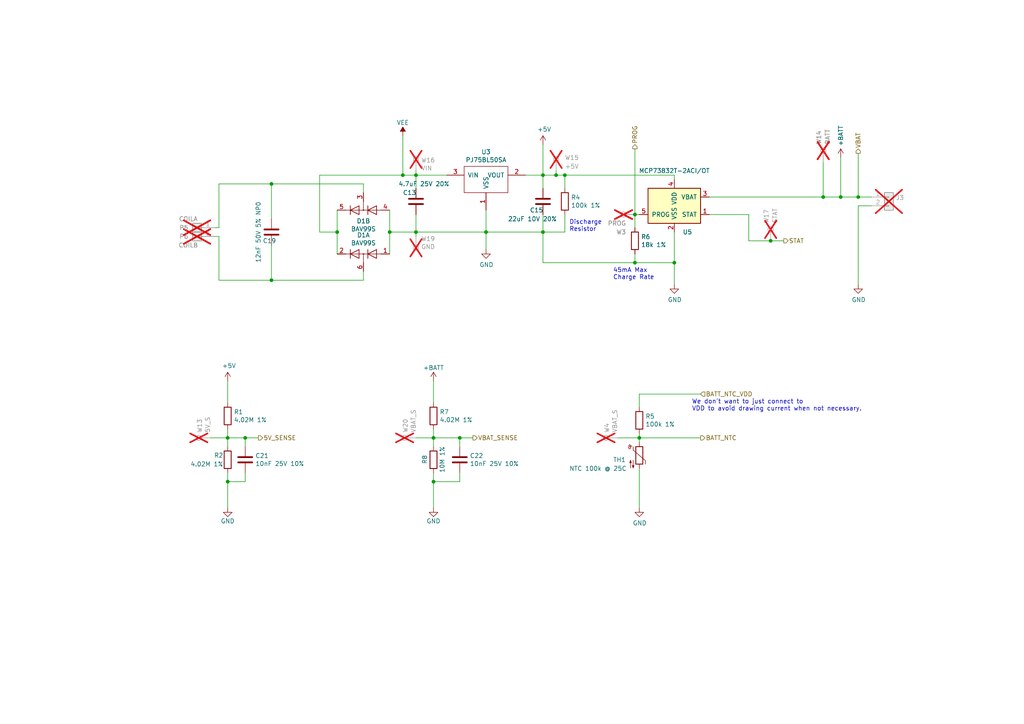
<source format=kicad_sch>
(kicad_sch (version 20231120) (generator "eeschema") (generator_version "8.0")
  (paper "A4")
  (title_block (title "Pixels D6 Schematic, Main") (date "2022-08-26") (rev "3") (company "Systemic Games, LLC") (comment 1 "Wireless Charging"))
  (lib_symbols
    (symbol "Connector_Generic:Conn_01x01" (pin_names (offset 1.016) hide)
      (property "Reference" "J" (at 0 2.54 0))
      (property "Value" "Conn_01x01" (at 0 -2.54 0))
      (symbol "Conn_01x01_1_1"
        (rectangle (start -1.27 0.127) (end 0 -0.127) (stroke (width 0.1524)))
        (rectangle (start -1.27 1.27) (end 1.27 -1.27) (stroke (width 0.254)) (fill (type background)))
        (pin passive line (at -5.08 0 0) (length 3.81) (name "Pin_1") (number "1"))
      )
    )
    (symbol "Connector_Generic:Conn_01x02" (pin_names (offset 1.016) hide)
      (property "Reference" "J" (at 0 2.54 0))
      (property "Value" "Conn_01x02" (at 0 -5.08 0))
      (symbol "Conn_01x02_1_1"
        (rectangle (start -1.27 -2.413) (end 0 -2.667) (stroke (width 0.1524)))
        (rectangle (start -1.27 0.127) (end 0 -0.127) (stroke (width 0.1524)))
        (rectangle (start -1.27 1.27) (end 1.27 -3.81) (stroke (width 0.254)) (fill (type background)))
        (pin passive line (at -5.08 0 0) (length 3.81) (name "Pin_1") (number "1"))
        (pin passive line (at -5.08 -2.54 0) (length 3.81) (name "Pin_2") (number "2"))
      )
    )
    (symbol "Device:C" (pin_numbers hide) (pin_names (offset 0.254))
      (property "Reference" "C" (at 0.635 2.54 0))
      (property "Value" "C" (at 0.635 -2.54 0))
      (symbol "C_0_1"
        (polyline (pts (xy -2.032 -0.762) (xy 2.032 -0.762)) (stroke (width 0.508)))
        (polyline (pts (xy -2.032 0.762) (xy 2.032 0.762)) (stroke (width 0.508)))
      )
      (symbol "C_1_1"
        (pin passive line (at 0 3.81 270) (length 2.794) (name "~") (number "1"))
        (pin passive line (at 0 -3.81 90) (length 2.794) (name "~") (number "2"))
      )
    )
    (symbol "Device:R" (pin_numbers hide) (pin_names (offset 0))
      (property "Reference" "R" (at 2.032 0 90))
      (property "Value" "R" (at 0 0 90))
      (symbol "R_0_1"
        (rectangle (start -1.016 -2.54) (end 1.016 2.54) (stroke (width 0.254)))
      )
      (symbol "R_1_1"
        (pin passive line (at 0 3.81 270) (length 1.27) (name "~") (number "1"))
        (pin passive line (at 0 -3.81 90) (length 1.27) (name "~") (number "2"))
      )
    )
    (symbol "Device:Thermistor_NTC" (pin_numbers hide) (pin_names (offset 0))
      (property "Reference" "TH" (at -4.445 0 90))
      (property "Value" "Thermistor_NTC" (at 3.175 0 90))
      (symbol "Thermistor_NTC_0_1"
        (arc (start -3.048 2.159) (mid -3.0495 2.3143) (end -3.175 2.413))
        (arc (start -3.048 2.159) (mid -2.9736 1.9794) (end -2.794 1.905))
        (arc (start -3.048 2.794) (mid -2.9736 2.6144) (end -2.794 2.54))
        (arc (start -2.794 1.905) (mid -2.6144 1.9794) (end -2.54 2.159))
        (arc (start -2.794 2.54) (mid -2.4393 2.5587) (end -2.159 2.794))
        (arc (start -2.794 3.048) (mid -2.9736 2.9736) (end -3.048 2.794))
        (arc (start -2.54 2.794) (mid -2.6144 2.9736) (end -2.794 3.048))
        (rectangle (start -1.016 2.54) (end 1.016 -2.54) (stroke (width 0.254)))
        (polyline (pts (xy -2.54 2.159) (xy -2.54 2.794)))
        (polyline (pts (xy -1.778 2.54) (xy -1.778 1.524) (xy 1.778 -1.524) (xy 1.778 -2.54)))
        (polyline (pts (xy -2.54 -3.683) (xy -2.54 -1.397) (xy -2.794 -2.159) (xy -2.286 -2.159) (xy -2.54 -1.397) (xy -2.54 -1.651)) (fill (type outline)))
        (polyline (pts (xy -1.778 -1.397) (xy -1.778 -3.683) (xy -2.032 -2.921) (xy -1.524 -2.921) (xy -1.778 -3.683) (xy -1.778 -3.429)) (fill (type outline)))
      )
      (symbol "Thermistor_NTC_1_1"
        (pin passive line (at 0 3.81 270) (length 1.27) (name "~") (number "1"))
        (pin passive line (at 0 -3.81 90) (length 1.27) (name "~") (number "2"))
      )
    )
    (symbol "Pixels-dice:BAV99S-diode" (pin_names (offset 0.0254) hide)
      (property "Reference" "D" (at 0 2.54 0))
      (property "Value" "BAV99S-diode" (at 0 5.08 0))
      (symbol "BAV99S-diode_0_1"
        (polyline (pts (xy -5.08 0) (xy 5.08 0)))
        (polyline (pts (xy 0 0) (xy 0 -2.54)))
        (polyline (pts (xy -1.27 -1.27) (xy -1.27 1.27) (xy -1.27 1.27)) (stroke (width 0.2032)))
        (polyline (pts (xy 3.81 1.27) (xy 3.81 -1.27) (xy 3.81 -1.27)) (stroke (width 0.2032)))
        (polyline (pts (xy -3.81 1.27) (xy -1.27 0) (xy -3.81 -1.27) (xy -3.81 1.27) (xy -3.81 1.27) (xy -3.81 1.27)) (stroke (width 0.2032)))
        (polyline (pts (xy 1.27 1.27) (xy 3.81 0) (xy 1.27 -1.27) (xy 1.27 1.27) (xy 1.27 1.27) (xy 1.27 1.27)) (stroke (width 0.2032)))
        (circle (center 0 0) (radius 0.127))
      )
      (symbol "BAV99S-diode_1_1"
        (polyline (pts (xy 6.35 0) (xy 7.62 0)))
        (pin passive line (at -7.62 0 0) (length 2.54) (name "A1") (number "1"))
        (pin passive line (at 7.62 0 180) (length 2.54) (name "K2") (number "2"))
        (pin passive line (at 0 -5.08 90) (length 2.54) (name "K3A4") (number "6"))
      )
      (symbol "BAV99S-diode_2_1"
        (polyline (pts (xy 6.35 0) (xy 7.62 0)))
        (pin passive line (at 0 -5.08 90) (length 2.54) (name "K1A2") (number "3"))
        (pin passive line (at -7.62 0 0) (length 2.54) (name "A3") (number "4"))
        (pin passive line (at 7.62 0 180) (length 2.54) (name "K4") (number "5"))
      )
    )
    (symbol "Pixels-dice:HX6306P502MR" (pin_names (offset 1.016))
      (property "Reference" "U" (at 3.81 -6.35 0))
      (property "Value" "HX6306P502MR" (at 0 3.81 0))
      (symbol "HX6306P502MR_0_1"
        (rectangle (start -6.35 2.54) (end 6.35 -5.08))
      )
      (symbol "HX6306P502MR_1_1"
        (pin power_in line (at 0 -10.16 90) (length 5.08) (name "VSS") (number "1"))
        (pin power_out line (at 11.43 0 180) (length 5.08) (name "VOUT") (number "2"))
        (pin power_in line (at -11.43 0 0) (length 5.08) (name "VIN") (number "3"))
      )
    )
    (symbol "Pixels-dice:MCP73831-2-OT-battery_management" (pin_names (offset 1.016))
      (property "Reference" "U" (at -7.62 6.35 0))
      (property "Value" "MCP73831-2-OT-battery_management" (at 1.27 6.35 0))
      (symbol "MCP73831-2-OT-battery_management_0_1"
        (rectangle (start -7.62 5.08) (end 7.62 -5.08) (stroke (width 0.254)) (fill (type background)))
      )
      (symbol "MCP73831-2-OT-battery_management_1_1"
        (pin output line (at 10.16 -2.54 180) (length 2.54) (name "STAT") (number "1"))
        (pin power_in line (at 0 -7.62 90) (length 2.54) (name "VSS") (number "2"))
        (pin power_out line (at 10.16 2.54 180) (length 2.54) (name "VBAT") (number "3"))
        (pin power_in line (at 0 7.62 270) (length 2.54) (name "VDD") (number "4"))
        (pin input line (at -10.16 -2.54 0) (length 2.54) (name "PROG") (number "5"))
      )
    )
    (symbol "Pixels-dice:TEST_1P-conn" (pin_numbers hide) (pin_names (offset 0.762) hide) (in_bom no)
      (property "Reference" "W" (at 0 6.858 0))
      (property "Value" "TEST_1P-conn" (at 0 5.08 0))
      (symbol "TEST_1P-conn_0_1"
        (circle (center 0 3.302) (radius 0.762))
      )
      (symbol "TEST_1P-conn_1_1"
        (pin passive line (at 0 0 90) (length 2.54) (name "1") (number "1"))
      )
    )
    (symbol "TEST_1P-conn_1" (pin_numbers hide) (pin_names (offset 0.762) hide) (in_bom no)
      (property "Reference" "W" (at 0 6.858 0))
      (property "Value" "TEST_1P-conn_1" (at 0 5.08 0))
      (symbol "TEST_1P-conn_1_0_1"
        (circle (center 0 3.302) (radius 0.762))
      )
      (symbol "TEST_1P-conn_1_1_1"
        (pin passive line (at 0 0 90) (length 2.54) (name "1") (number "1"))
      )
    )
    (symbol "TEST_1P-conn_2" (pin_numbers hide) (pin_names (offset 0.762) hide) (in_bom no)
      (property "Reference" "W" (at 0 6.858 0))
      (property "Value" "TEST_1P-conn_2" (at 0 5.08 0))
      (symbol "TEST_1P-conn_2_0_1"
        (circle (center 0 3.302) (radius 0.762))
      )
      (symbol "TEST_1P-conn_2_1_1"
        (pin passive line (at 0 0 90) (length 2.54) (name "1") (number "1"))
      )
    )
    (symbol "TEST_1P-conn_3" (pin_numbers hide) (pin_names (offset 0.762) hide) (in_bom no)
      (property "Reference" "W" (at 0 6.858 0))
      (property "Value" "TEST_1P-conn_3" (at 0 5.08 0))
      (symbol "TEST_1P-conn_3_0_1"
        (circle (center 0 3.302) (radius 0.762))
      )
      (symbol "TEST_1P-conn_3_1_1"
        (pin passive line (at 0 0 90) (length 2.54) (name "1") (number "1"))
      )
    )
    (symbol "TEST_1P-conn_4" (pin_numbers hide) (pin_names (offset 0.762) hide) (in_bom no)
      (property "Reference" "W" (at 0 6.858 0))
      (property "Value" "TEST_1P-conn_4" (at 0 5.08 0))
      (symbol "TEST_1P-conn_4_0_1"
        (circle (center 0 3.302) (radius 0.762))
      )
      (symbol "TEST_1P-conn_4_1_1"
        (pin passive line (at 0 0 90) (length 2.54) (name "1") (number "1"))
      )
    )
    (symbol "TEST_1P-conn_5" (pin_numbers hide) (pin_names (offset 0.762) hide) (in_bom no)
      (property "Reference" "W" (at 0 6.858 0))
      (property "Value" "TEST_1P-conn_5" (at 0 5.08 0))
      (symbol "TEST_1P-conn_5_0_1"
        (circle (center 0 3.302) (radius 0.762))
      )
      (symbol "TEST_1P-conn_5_1_1"
        (pin passive line (at 0 0 90) (length 2.54) (name "1") (number "1"))
      )
    )
    (symbol "TEST_1P-conn_6" (pin_numbers hide) (pin_names (offset 0.762) hide) (in_bom no)
      (property "Reference" "W" (at 0 6.858 0))
      (property "Value" "TEST_1P-conn_6" (at 0 5.08 0))
      (symbol "TEST_1P-conn_6_0_1"
        (circle (center 0 3.302) (radius 0.762))
      )
      (symbol "TEST_1P-conn_6_1_1"
        (pin passive line (at 0 0 90) (length 2.54) (name "1") (number "1"))
      )
    )
    (symbol "TEST_1P-conn_7" (pin_numbers hide) (pin_names (offset 0.762) hide) (in_bom no)
      (property "Reference" "W" (at 0 6.858 0))
      (property "Value" "TEST_1P-conn_7" (at 0 5.08 0))
      (symbol "TEST_1P-conn_7_0_1"
        (circle (center 0 3.302) (radius 0.762))
      )
      (symbol "TEST_1P-conn_7_1_1"
        (pin passive line (at 0 0 90) (length 2.54) (name "1") (number "1"))
      )
    )
    (symbol "TEST_1P-conn_8" (pin_numbers hide) (pin_names (offset 0.762) hide) (in_bom no)
      (property "Reference" "W" (at 0 6.858 0))
      (property "Value" "TEST_1P-conn_8" (at 0 5.08 0))
      (symbol "TEST_1P-conn_8_0_1"
        (circle (center 0 3.302) (radius 0.762))
      )
      (symbol "TEST_1P-conn_8_1_1"
        (pin passive line (at 0 0 90) (length 2.54) (name "1") (number "1"))
      )
    )
    (symbol "power:+5V" (power) (pin_names (offset 0))
      (property "Value" "+5V" (at 0 3.556 0))
      (symbol "+5V_0_1"
        (polyline (pts (xy -0.762 1.27) (xy 0 2.54)))
        (polyline (pts (xy 0 0) (xy 0 2.54)))
        (polyline (pts (xy 0 2.54) (xy 0.762 1.27)))
      )
      (symbol "+5V_1_1"
        (pin power_in line (at 0 0 90) (length 0) hide (name "+5V") (number "1"))
      )
    )
    (symbol "power:+BATT" (power) (pin_names (offset 0))
      (property "Value" "+BATT" (at 0 3.556 0))
      (symbol "+BATT_0_1"
        (polyline (pts (xy -0.762 1.27) (xy 0 2.54)))
        (polyline (pts (xy 0 0) (xy 0 2.54)))
        (polyline (pts (xy 0 2.54) (xy 0.762 1.27)))
      )
      (symbol "+BATT_1_1"
        (pin power_in line (at 0 0 90) (length 0) hide (name "+BATT") (number "1"))
      )
    )
    (symbol "power:GND" (power) (pin_names (offset 0))
      (property "Value" "GND" (at 0 -3.81 0))
      (symbol "GND_0_1"
        (polyline (pts (xy 0 0) (xy 0 -1.27) (xy 1.27 -1.27) (xy 0 -2.54) (xy -1.27 -1.27) (xy 0 -1.27)))
      )
      (symbol "GND_1_1"
        (pin power_in line (at 0 0 270) (length 0) hide (name "GND") (number "1"))
      )
    )
    (symbol "power:VEE" (power) (pin_names (offset 0))
      (property "Value" "VEE" (at 0 3.81 0))
      (symbol "VEE_0_1"
        (polyline (pts (xy 0 0) (xy 0 2.54)))
        (polyline (pts (xy 0.762 1.27) (xy -0.762 1.27) (xy 0 2.54) (xy 0.762 1.27)) (fill (type outline)))
      )
      (symbol "VEE_1_1"
        (pin power_in line (at 0 0 90) (length 0) hide (name "VEE") (number "1"))
      )
    )
  )
  (junction (at 97.79 67.31))
  (junction (at 248.92 57.15))
  (junction (at 66.04 127))
  (junction (at 184.15 76.2))
  (junction (at 66.04 139.7))
  (junction (at 195.58 76.2))
  (junction (at 157.48 67.31))
  (junction (at 243.84 57.15))
  (junction (at 140.97 67.31))
  (junction (at 120.65 67.31))
  (junction (at 78.74 53.34))
  (junction (at 120.65 50.8))
  (junction (at 163.83 50.8))
  (junction (at 125.73 139.7))
  (junction (at 71.12 127))
  (junction (at 238.76 57.15))
  (junction (at 157.48 50.8))
  (junction (at 78.74 81.28))
  (junction (at 185.42 127))
  (junction (at 161.29 50.8))
  (junction (at 125.73 127))
  (junction (at 113.03 67.31))
  (junction (at 223.52 69.85))
  (junction (at 116.84 50.8))
  (junction (at 184.15 62.23))
  (junction (at 133.35 127))
  (wire (pts (xy 157.48 76.2) (xy 184.15 76.2)))
  (wire (pts (xy 78.74 81.28) (xy 63.5 81.28)))
  (wire (pts (xy 238.76 57.15) (xy 243.84 57.15)))
  (wire (pts (xy 133.35 139.7) (xy 125.73 139.7)))
  (wire (pts (xy 66.04 137.16) (xy 66.04 139.7)))
  (wire (pts (xy 157.48 67.31) (xy 157.48 76.2)))
  (wire (pts (xy 161.29 49.53) (xy 161.29 50.8)))
  (wire (pts (xy 205.74 57.15) (xy 238.76 57.15)))
  (wire (pts (xy 60.96 127) (xy 66.04 127)))
  (wire (pts (xy 185.42 118.11) (xy 185.42 114.3)))
  (wire (pts (xy 217.17 69.85) (xy 223.52 69.85)))
  (wire (pts (xy 66.04 116.84) (xy 66.04 110.49)))
  (wire (pts (xy 78.74 53.34) (xy 63.5 53.34)))
  (wire (pts (xy 248.92 44.45) (xy 248.92 57.15)))
  (wire (pts (xy 157.48 41.91) (xy 157.48 50.8)))
  (wire (pts (xy 248.92 57.15) (xy 243.84 57.15)))
  (wire (pts (xy 63.5 81.28) (xy 63.5 68.58)))
  (wire (pts (xy 97.79 60.96) (xy 97.79 67.31)))
  (wire (pts (xy 133.35 127) (xy 137.16 127)))
  (wire (pts (xy 157.48 67.31) (xy 157.48 62.23)))
  (wire (pts (xy 163.83 62.23) (xy 163.83 67.31)))
  (wire (pts (xy 205.74 62.23) (xy 217.17 62.23)))
  (wire (pts (xy 238.76 46.99) (xy 238.76 57.15)))
  (wire (pts (xy 184.15 73.66) (xy 184.15 76.2)))
  (wire (pts (xy 66.04 124.46) (xy 66.04 127)))
  (wire (pts (xy 179.07 127) (xy 185.42 127)))
  (wire (pts (xy 63.5 66.04) (xy 62.23 66.04)))
  (wire (pts (xy 66.04 139.7) (xy 66.04 147.32)))
  (wire (pts (xy 185.42 125.73) (xy 185.42 127)))
  (wire (pts (xy 163.83 50.8) (xy 163.83 54.61)))
  (wire (pts (xy 161.29 50.8) (xy 163.83 50.8)))
  (wire (pts (xy 66.04 129.54) (xy 66.04 127)))
  (wire (pts (xy 63.5 53.34) (xy 63.5 66.04)))
  (wire (pts (xy 97.79 67.31) (xy 97.79 73.66)))
  (wire (pts (xy 185.42 127) (xy 203.2 127)))
  (wire (pts (xy 113.03 60.96) (xy 113.03 67.31)))
  (wire (pts (xy 140.97 67.31) (xy 157.48 67.31)))
  (wire (pts (xy 113.03 67.31) (xy 113.03 73.66)))
  (wire (pts (xy 120.65 49.53) (xy 120.65 50.8)))
  (wire (pts (xy 133.35 137.16) (xy 133.35 139.7)))
  (wire (pts (xy 71.12 137.16) (xy 71.12 139.7)))
  (wire (pts (xy 185.42 127) (xy 185.42 128.27)))
  (wire (pts (xy 163.83 67.31) (xy 157.48 67.31)))
  (wire (pts (xy 66.04 127) (xy 71.12 127)))
  (wire (pts (xy 248.92 59.69) (xy 248.92 82.55)))
  (wire (pts (xy 185.42 135.89) (xy 185.42 147.32)))
  (wire (pts (xy 105.41 78.74) (xy 105.41 81.28)))
  (wire (pts (xy 120.65 50.8) (xy 129.54 50.8)))
  (wire (pts (xy 120.65 50.8) (xy 120.65 54.61)))
  (wire (pts (xy 120.65 127) (xy 125.73 127)))
  (wire (pts (xy 140.97 67.31) (xy 140.97 72.39)))
  (wire (pts (xy 125.73 127) (xy 125.73 129.54)))
  (wire (pts (xy 125.73 110.49) (xy 125.73 116.84)))
  (wire (pts (xy 125.73 137.16) (xy 125.73 139.7)))
  (wire (pts (xy 243.84 45.72) (xy 243.84 57.15)))
  (wire (pts (xy 71.12 127) (xy 74.93 127)))
  (wire (pts (xy 78.74 71.12) (xy 78.74 81.28)))
  (wire (pts (xy 120.65 67.31) (xy 113.03 67.31)))
  (wire (pts (xy 195.58 52.07) (xy 195.58 50.8)))
  (wire (pts (xy 217.17 62.23) (xy 217.17 69.85)))
  (wire (pts (xy 71.12 129.54) (xy 71.12 127)))
  (wire (pts (xy 195.58 67.31) (xy 195.58 76.2)))
  (wire (pts (xy 152.4 50.8) (xy 157.48 50.8)))
  (wire (pts (xy 223.52 69.85) (xy 227.33 69.85)))
  (wire (pts (xy 157.48 50.8) (xy 157.48 54.61)))
  (wire (pts (xy 92.71 50.8) (xy 116.84 50.8)))
  (wire (pts (xy 140.97 60.96) (xy 140.97 67.31)))
  (wire (pts (xy 63.5 68.58) (xy 62.23 68.58)))
  (wire (pts (xy 78.74 53.34) (xy 105.41 53.34)))
  (wire (pts (xy 97.79 67.31) (xy 92.71 67.31)))
  (wire (pts (xy 133.35 127) (xy 133.35 129.54)))
  (wire (pts (xy 71.12 139.7) (xy 66.04 139.7)))
  (wire (pts (xy 252.73 59.69) (xy 248.92 59.69)))
  (wire (pts (xy 185.42 62.23) (xy 184.15 62.23)))
  (wire (pts (xy 184.15 43.18) (xy 184.15 62.23)))
  (wire (pts (xy 120.65 68.58) (xy 120.65 67.31)))
  (wire (pts (xy 125.73 124.46) (xy 125.73 127)))
  (wire (pts (xy 185.42 114.3) (xy 203.2 114.3)))
  (wire (pts (xy 184.15 76.2) (xy 195.58 76.2)))
  (wire (pts (xy 125.73 127) (xy 133.35 127)))
  (wire (pts (xy 157.48 50.8) (xy 161.29 50.8)))
  (wire (pts (xy 92.71 67.31) (xy 92.71 50.8)))
  (wire (pts (xy 252.73 57.15) (xy 248.92 57.15)))
  (wire (pts (xy 125.73 139.7) (xy 125.73 147.32)))
  (wire (pts (xy 116.84 39.37) (xy 116.84 50.8)))
  (wire (pts (xy 120.65 62.23) (xy 120.65 67.31)))
  (wire (pts (xy 120.65 67.31) (xy 140.97 67.31)))
  (wire (pts (xy 105.41 55.88) (xy 105.41 53.34)))
  (wire (pts (xy 184.15 62.23) (xy 184.15 66.04)))
  (wire (pts (xy 78.74 63.5) (xy 78.74 53.34)))
  (wire (pts (xy 195.58 76.2) (xy 195.58 82.55)))
  (wire (pts (xy 163.83 50.8) (xy 195.58 50.8)))
  (wire (pts (xy 116.84 50.8) (xy 120.65 50.8)))
  (wire (pts (xy 78.74 81.28) (xy 105.41 81.28)))
  (text "Discharge\nResistor" (at 165.1 67.31 0) (effects (font (size 1.27 1.27)) (justify left bottom)))
  (text "We don't want to just connect to\nVDD to avoid drawing current when not necessary." (at 200.66 119.38 0) (effects (font (size 1.27 1.27)) (justify left bottom)))
  (text "45mA Max\nCharge Rate" (at 177.8 81.28 0) (effects (font (size 1.27 1.27)) (justify left bottom)))
  (hierarchical_label "BATT_NTC" (shape output) (at 203.2 127 0))
  (hierarchical_label "VBAT" (shape output) (at 248.92 44.45 90))
  (hierarchical_label "PROG" (shape output) (at 184.15 43.18 90))
  (hierarchical_label "5V_SENSE" (shape output) (at 74.93 127 0))
  (hierarchical_label "STAT" (shape output) (at 227.33 69.85 0))
  (hierarchical_label "BATT_NTC_VDD" (shape input) (at 203.2 114.3 0))
  (hierarchical_label "VBAT_SENSE" (shape output) (at 137.16 127 0))
  (symbol (lib_id "Device:R") (at 185.42 121.92 0) (unit 1)
    (property "Reference" "R5" (at 187.198 120.7516 0) (effects (justify left)))
    (property "Value" "100k 1%" (at 187.198 123.063 0) (effects (justify left)))
    (property "Footprint" "Pixels-dice:R_0402_1005Metric" (effects (hide yes)))
    (property "Generic OK" "YES" (effects (hide yes)))
    (property "Pixels Part Number" "SMD-R006" (effects (hide yes)))
    (property "Manufacturer" "UNI-ROYAL(Uniroyal Elec)" (effects (hide yes)))
    (property "Manufacturer Part Number" "0402WGF1003TCE" (effects (hide yes)))
  )
  (symbol (lib_id "power:GND") (at 248.92 82.55 0) (unit 1)
    (property "Reference" "#PWR052" (effects (hide yes)))
    (property "Value" "GND" (at 249.047 86.9442 0))
  )
  (symbol (lib_id "Device:C") (at 120.65 58.42 0) (unit 1)
    (property "Reference" "C13" (at 116.84 55.88 0) (effects (justify left)))
    (property "Value" "4.7uF 25V 20%" (at 115.57 53.34 0) (effects (justify left)))
    (property "Footprint" "Capacitor_SMD:C_0603_1608Metric" (effects (hide yes)))
    (property "Generic OK" "YES" (effects (hide yes)))
    (property "Pixels Part Number" "SMD-C010" (effects (hide yes)))
    (property "Manufacturer" "Murata" (effects (hide yes)))
    (property "Manufacturer Part Number" "GRM188R61E475KE11D" (effects (hide yes)))
  )
  (symbol (lib_name "TEST_1P-conn_4") (lib_id "Pixels-dice:TEST_1P-conn") (at 120.65 49.53 0) (unit 1) (in_bom no) (dnp yes)
    (property "Reference" "W16" (at 122.1232 46.482 0) (effects (justify left)))
    (property "Value" "VIN" (at 122.1232 48.7934 0) (effects (justify left)))
    (property "Footprint" "Pixels-dice:TEST_PIN" (effects (hide yes)))
    (property "Generic OK" "N/A" (effects (hide yes)))
  )
  (symbol (lib_id "power:VEE") (at 116.84 39.37 0) (unit 1)
    (property "Reference" "#PWR032" (effects (hide yes)))
    (property "Value" "VEE" (at 116.84 35.56 0))
  )
  (symbol (lib_id "power:+5V") (at 66.04 110.49 0) (unit 1)
    (property "Reference" "#PWR057" (effects (hide yes)))
    (property "Value" "+5V" (at 66.421 106.0958 0))
  )
  (symbol (lib_id "Device:Thermistor_NTC") (at 185.42 132.08 0) (unit 1)
    (property "Reference" "TH1" (at 177.8 133.35 0) (effects (justify left)))
    (property "Value" "NTC 100k @ 25C" (at 165.1 135.89 0) (effects (justify left)))
    (property "Footprint" "Pixels-dice:R_0402_1005Metric" (effects (hide yes)))
    (property "Generic OK" "NO" (effects (hide yes)))
    (property "Manufacturer" "TDK" (effects (hide yes)))
    (property "Manufacturer Part Number" "NTCG104EF104FT1X" (effects (hide yes)))
  )
  (symbol (lib_name "TEST_1P-conn_5") (lib_id "Pixels-dice:TEST_1P-conn") (at 60.96 127 90) (unit 1) (in_bom no) (dnp yes)
    (property "Reference" "W13" (at 57.912 125.5268 0) (effects (justify left)))
    (property "Value" "5V_S" (at 60.2234 125.5268 0) (effects (justify left)))
    (property "Footprint" "Pixels-dice:TEST_PIN" (effects (hide yes)))
    (property "Generic OK" "N/A" (effects (hide yes)))
  )
  (symbol (lib_id "Device:C") (at 78.74 67.31 0) (unit 1)
    (property "Reference" "C19" (at 76.2 69.85 0) (effects (justify left)))
    (property "Value" "12nF 50V 5% NP0" (at 74.93 76.2 90) (effects (justify left)))
    (property "Footprint" "Capacitor_SMD:C_0805_2012Metric" (effects (hide yes)))
    (property "Generic OK" "YES" (effects (hide yes)))
    (property "Pixels Part Number" "SMD-C011" (effects (hide yes)))
    (property "Manufacturer" "Murata" (effects (hide yes)))
    (property "Manufacturer Part Number" "GRM2195C1H123JA01D" (effects (hide yes)))
  )
  (symbol (lib_id "Pixels-dice:TEST_1P-conn") (at 179.07 127 90) (unit 1) (in_bom no) (dnp yes)
    (property "Reference" "W4" (at 176.022 125.5268 0) (effects (justify left)))
    (property "Value" "VBAT_S" (at 178.3334 125.5268 0) (effects (justify left)))
    (property "Footprint" "Pixels-dice:TEST_PIN" (effects (hide yes)))
    (property "Generic OK" "N/A" (effects (hide yes)))
  )
  (symbol (lib_id "Device:R") (at 184.15 69.85 0) (unit 1)
    (property "Reference" "R6" (at 185.928 68.6816 0) (effects (justify left)))
    (property "Value" "18k 1%" (at 185.928 70.993 0) (effects (justify left)))
    (property "Footprint" "Resistor_SMD:R_0402_1005Metric" (effects (hide yes)))
    (property "Generic OK" "YES" (effects (hide yes)))
    (property "Pixels Part Number" "SMD-R002" (effects (hide yes)))
    (property "Manufacturer" "UNI-ROYAL(Uniroyal Elec)" (effects (hide yes)))
    (property "Manufacturer Part Number" "0402WGF1802TCE" (effects (hide yes)))
  )
  (symbol (lib_id "Device:R") (at 125.73 120.65 0) (unit 1)
    (property "Reference" "R7" (at 127.508 119.4816 0) (effects (justify left)))
    (property "Value" "4.02M 1%" (at 127.508 121.793 0) (effects (justify left)))
    (property "Footprint" "Resistor_SMD:R_0402_1005Metric" (effects (hide yes)))
    (property "Generic OK" "YES" (effects (hide yes)))
    (property "Pixels Part Number" "SMD-R003" (effects (hide yes)))
    (property "Manufacturer" "UNI-ROYAL(Uniroyal Elec)" (effects (hide yes)))
    (property "Manufacturer Part Number" "0402WGF4024TCE" (effects (hide yes)))
  )
  (symbol (lib_id "power:+BATT") (at 125.73 110.49 0) (unit 1)
    (property "Reference" "#PWR058" (effects (hide yes)))
    (property "Value" "+BATT" (at 125.73 106.68 0))
  )
  (symbol (lib_id "Device:R") (at 125.73 133.35 0) (unit 1)
    (property "Reference" "R8" (at 123.19 134.62 90) (effects (justify left)))
    (property "Value" "10M 1%" (at 128.27 137.16 90) (effects (justify left)))
    (property "Footprint" "Resistor_SMD:R_0402_1005Metric" (effects (hide yes)))
    (property "Generic OK" "YES" (effects (hide yes)))
    (property "Pixels Part Number" "SMD-R004" (effects (hide yes)))
    (property "Manufacturer" "UNI-ROYAL(Uniroyal Elec)" (effects (hide yes)))
    (property "Manufacturer Part Number" "0402WGF1005TCE" (effects (hide yes)))
  )
  (symbol (lib_id "Pixels-dice:MCP73831-2-OT-battery_management") (at 195.58 59.69 0) (unit 1)
    (property "Reference" "U5" (at 199.39 67.31 0))
    (property "Value" "MCP73832T-2ACI/OT" (at 195.58 49.53 0))
    (property "Footprint" "Package_TO_SOT_SMD:SOT-23-5" (effects (hide yes)))
    (property "Datasheet" "http://ww1.microchip.com/downloads/en/DeviceDoc/20001984g.pdf" (effects (hide yes)))
    (property "Generic OK" "NO" (effects (hide yes)))
    (property "Manufacturer" "Microchip" (effects (hide yes)))
    (property "Manufacturer Part Number" "MCP73832T-2ACI/OT" (effects (hide yes)))
    (property "Pixels Part Number" "SMD-U005" (effects (hide yes)))
  )
  (symbol (lib_id "Device:R") (at 66.04 120.65 0) (unit 1)
    (property "Reference" "R1" (at 67.818 119.4816 0) (effects (justify left)))
    (property "Value" "4.02M 1%" (at 67.818 121.793 0) (effects (justify left)))
    (property "Footprint" "Resistor_SMD:R_0402_1005Metric" (effects (hide yes)))
    (property "Generic OK" "YES" (effects (hide yes)))
    (property "Pixels Part Number" "SMD-R003" (effects (hide yes)))
    (property "Manufacturer" "UNI-ROYAL(Uniroyal Elec)" (effects (hide yes)))
    (property "Manufacturer Part Number" "0402WGF4024TCE" (effects (hide yes)))
  )
  (symbol (lib_id "Device:R") (at 163.83 58.42 0) (unit 1)
    (property "Reference" "R4" (at 165.608 57.2516 0) (effects (justify left)))
    (property "Value" "100k 1%" (at 165.608 59.563 0) (effects (justify left)))
    (property "Footprint" "Pixels-dice:R_0402_1005Metric" (effects (hide yes)))
    (property "Generic OK" "YES" (effects (hide yes)))
    (property "Pixels Part Number" "SMD-R006" (effects (hide yes)))
    (property "Manufacturer" "UNI-ROYAL(Uniroyal Elec)" (effects (hide yes)))
    (property "Manufacturer Part Number" "0402WGF1003TCE" (effects (hide yes)))
  )
  (symbol (lib_id "Device:R") (at 66.04 133.35 180) (unit 1)
    (property "Reference" "R2" (at 64.77 132.08 0) (effects (justify left)))
    (property "Value" "4.02M 1%" (at 64.77 134.62 0) (effects (justify left)))
    (property "Footprint" "Resistor_SMD:R_0402_1005Metric" (effects (hide yes)))
    (property "Generic OK" "YES" (effects (hide yes)))
    (property "Pixels Part Number" "SMD-R003" (effects (hide yes)))
    (property "Manufacturer" "UNI-ROYAL(Uniroyal Elec)" (effects (hide yes)))
    (property "Manufacturer Part Number" "0402WGF4024TCE" (effects (hide yes)))
  )
  (symbol (lib_id "power:GND") (at 125.73 147.32 0) (unit 1)
    (property "Reference" "#PWR060" (effects (hide yes)))
    (property "Value" "GND" (at 125.73 151.13 0))
  )
  (symbol (lib_id "power:+5V") (at 157.48 41.91 0) (unit 1)
    (property "Reference" "#PWR040" (effects (hide yes)))
    (property "Value" "+5V" (at 157.861 37.5158 0))
  )
  (symbol (lib_id "Device:C") (at 133.35 133.35 0) (unit 1)
    (property "Reference" "C22" (at 136.271 132.1816 0) (effects (justify left)))
    (property "Value" "10nF 25V 10%" (at 136.271 134.493 0) (effects (justify left)))
    (property "Footprint" "Capacitor_SMD:C_0402_1005Metric" (effects (hide yes)))
    (property "Generic OK" "YES" (effects (hide yes)))
    (property "Pixels Part Number" "SMD-C009" (effects (hide yes)))
    (property "Manufacturer" "Murata" (effects (hide yes)))
    (property "Manufacturer Part Number" "GRM155R71H103KA88" (effects (hide yes)))
  )
  (symbol (lib_name "TEST_1P-conn_8") (lib_id "Pixels-dice:TEST_1P-conn") (at 223.52 69.85 0) (unit 1) (in_bom no) (dnp yes)
    (property "Reference" "W17" (at 222.25 64.77 90) (effects (justify left)))
    (property "Value" "STAT" (at 224.79 64.77 90) (effects (justify left)))
    (property "Footprint" "Pixels-dice:TEST_PIN" (effects (hide yes)))
    (property "Generic OK" "N/A" (effects (hide yes)))
  )
  (symbol (lib_name "TEST_1P-conn_2") (lib_id "Pixels-dice:TEST_1P-conn") (at 184.15 62.23 90) (unit 1) (in_bom no) (dnp yes)
    (property "Reference" "W3" (at 181.61 67.31 90) (effects (justify left)))
    (property "Value" "PROG" (at 181.61 64.77 90) (effects (justify left)))
    (property "Footprint" "Pixels-dice:TEST_PIN" (effects (hide yes)))
    (property "Generic OK" "N/A" (effects (hide yes)))
  )
  (symbol (lib_id "power:GND") (at 195.58 82.55 0) (unit 1)
    (property "Reference" "#PWR051" (effects (hide yes)))
    (property "Value" "GND" (at 195.707 86.9442 0))
  )
  (symbol (lib_id "power:GND") (at 140.97 72.39 0) (unit 1)
    (property "Reference" "#PWR050" (effects (hide yes)))
    (property "Value" "GND" (at 141.097 76.7842 0))
  )
  (symbol (lib_id "power:+BATT") (at 243.84 45.72 0) (unit 1)
    (property "Reference" "#PWR041" (effects (hide yes)))
    (property "Value" "+BATT" (at 243.84 39.37 90))
  )
  (symbol (lib_id "Connector_Generic:Conn_01x02") (at 257.81 57.15 0) (unit 1) (in_bom no) (dnp yes)
    (property "Reference" "J3" (at 259.842 57.3532 0) (effects (justify left)))
    (property "Value" "Conn_01x02" (effects (hide yes)))
    (property "Footprint" "Pixels-dice:Hongjie 10100 Connector" (effects (hide yes)))
    (property "Generic OK" "N/A" (effects (hide yes)))
  )
  (symbol (lib_id "Device:C") (at 157.48 58.42 0) (unit 1)
    (property "Reference" "C15" (at 153.67 60.96 0) (effects (justify left)))
    (property "Value" "22uF 10V 20%" (at 147.32 63.5 0) (effects (justify left)))
    (property "Footprint" "Capacitor_SMD:C_0603_1608Metric" (effects (hide yes)))
    (property "Generic OK" "YES" (effects (hide yes)))
    (property "Pixels Part Number" "SMD-C002" (effects (hide yes)))
    (property "Manufacturer" "Murata" (effects (hide yes)))
    (property "Manufacturer Part Number" "GRM188R61A226ME15D" (effects (hide yes)))
  )
  (symbol (lib_name "TEST_1P-conn_3") (lib_id "Pixels-dice:TEST_1P-conn") (at 120.65 68.58 180) (unit 1) (in_bom no) (dnp yes)
    (property "Reference" "W19" (at 122.1232 69.2658 0) (effects (justify right)))
    (property "Value" "GND" (at 122.1232 71.5772 0) (effects (justify right)))
    (property "Footprint" "Pixels-dice:TEST_PIN" (effects (hide yes)))
    (property "Generic OK" "N/A" (effects (hide yes)))
  )
  (symbol (lib_name "TEST_1P-conn_7") (lib_id "Pixels-dice:TEST_1P-conn") (at 238.76 46.99 0) (unit 1) (in_bom no) (dnp yes)
    (property "Reference" "W14" (at 237.49 41.91 90) (effects (justify left)))
    (property "Value" "BATT" (at 240.03 41.91 90) (effects (justify left)))
    (property "Footprint" "Pixels-dice:TEST_PIN" (effects (hide yes)))
    (property "Generic OK" "N/A" (effects (hide yes)))
  )
  (symbol (lib_id "Connector_Generic:Conn_01x01") (at 57.15 68.58 180) (unit 1) (in_bom no) (dnp yes)
    (property "Reference" "P6" (at 53.34 68.58 0))
    (property "Value" "COILB" (at 54.61 71.12 0))
    (property "Footprint" "Pixels-dice:TestPoint_THTPad_D1.5mm_Drill0.7mm_nosilk" (effects (hide yes)))
    (property "Generic OK" "N/A" (effects (hide yes)))
  )
  (symbol (lib_id "Connector_Generic:Conn_01x01") (at 57.15 66.04 180) (unit 1) (in_bom no) (dnp yes)
    (property "Reference" "P5" (at 53.34 66.04 0))
    (property "Value" "COILA" (at 54.61 63.5 0))
    (property "Footprint" "Pixels-dice:TestPoint_THTPad_D1.5mm_Drill0.7mm_nosilk" (effects (hide yes)))
    (property "Generic OK" "N/A" (effects (hide yes)))
  )
  (symbol (lib_name "TEST_1P-conn_6") (lib_id "Pixels-dice:TEST_1P-conn") (at 120.65 127 90) (unit 1) (in_bom no) (dnp yes)
    (property "Reference" "W20" (at 117.602 125.5268 0) (effects (justify left)))
    (property "Value" "VBAT_S" (at 119.9134 125.5268 0) (effects (justify left)))
    (property "Footprint" "Pixels-dice:TEST_PIN" (effects (hide yes)))
    (property "Generic OK" "N/A" (effects (hide yes)))
  )
  (symbol (lib_id "Pixels-dice:HX6306P502MR") (at 140.97 50.8 0) (unit 1)
    (property "Reference" "U3" (at 140.97 44.069 0))
    (property "Value" "PJ75BL50SA" (at 140.97 46.3804 0))
    (property "Footprint" "Pixels-dice:SOT-23" (effects (hide yes)))
    (property "Manufacturer" "PJSEMI" (effects (hide yes)))
    (property "Manufacturer Part Number" "PJ75BL50SA" (effects (hide yes)))
    (property "Generic OK" "NO" (effects (hide yes)))
  )
  (symbol (lib_name "TEST_1P-conn_1") (lib_id "Pixels-dice:TEST_1P-conn") (at 161.29 49.53 0) (unit 1) (in_bom no) (dnp yes)
    (property "Reference" "W15" (at 163.83 45.72 0) (effects (justify left)))
    (property "Value" "+5V" (at 163.83 48.26 0) (effects (justify left)))
    (property "Footprint" "Pixels-dice:TEST_PIN" (effects (hide yes)))
    (property "Generic OK" "N/A" (effects (hide yes)))
  )
  (symbol (lib_id "power:GND") (at 185.42 147.32 0) (unit 1)
    (property "Reference" "#PWR0123" (effects (hide yes)))
    (property "Value" "GND" (at 185.547 151.7142 0))
  )
  (symbol (lib_id "Pixels-dice:BAV99S-diode") (at 105.41 60.96 180) (unit 2)
    (property "Reference" "D1" (at 105.41 64.1096 0))
    (property "Value" "BAV99S" (at 105.41 66.421 0))
    (property "Footprint" "Package_TO_SOT_SMD:SOT-363_SC-70-6" (effects (hide yes)))
    (property "Datasheet" "https://assets.nexperia.com/documents/data-sheet/BAV99_SER.pdf" (effects (hide yes)))
    (property "Generic OK" "YES" (effects (hide yes)))
    (property "Manufacturer" "Nexperia" (effects (hide yes)))
    (property "Manufacturer Part Number" "BAV99S,115" (effects (hide yes)))
    (property "Pixels Part Number" "SMD-D001" (effects (hide yes)))
  )
  (symbol (lib_id "power:GND") (at 66.04 147.32 0) (unit 1)
    (property "Reference" "#PWR059" (effects (hide yes)))
    (property "Value" "GND" (at 66.04 151.13 0))
  )
  (symbol (lib_id "Pixels-dice:BAV99S-diode") (at 105.41 73.66 0) (mirror y) (unit 1)
    (property "Reference" "D1" (at 105.41 68.1736 0))
    (property "Value" "BAV99S" (at 105.41 70.485 0))
    (property "Footprint" "Package_TO_SOT_SMD:SOT-363_SC-70-6" (effects (hide yes)))
    (property "Datasheet" "https://assets.nexperia.com/documents/data-sheet/BAV99_SER.pdf" (effects (hide yes)))
    (property "Generic OK" "YES" (effects (hide yes)))
    (property "Manufacturer" "Nexperia" (effects (hide yes)))
    (property "Manufacturer Part Number" "BAV99S,115" (effects (hide yes)))
    (property "Pixels Part Number" "SMD-D001" (effects (hide yes)))
  )
  (symbol (lib_id "Device:C") (at 71.12 133.35 0) (unit 1)
    (property "Reference" "C21" (at 74.041 132.1816 0) (effects (justify left)))
    (property "Value" "10nF 25V 10%" (at 74.041 134.493 0) (effects (justify left)))
    (property "Footprint" "Capacitor_SMD:C_0402_1005Metric" (effects (hide yes)))
    (property "Generic OK" "YES" (effects (hide yes)))
    (property "Pixels Part Number" "SMD-C009" (effects (hide yes)))
    (property "Manufacturer" "Murata" (effects (hide yes)))
    (property "Manufacturer Part Number" "GRM155R71H103KA88" (effects (hide yes)))
  )
)
</source>
